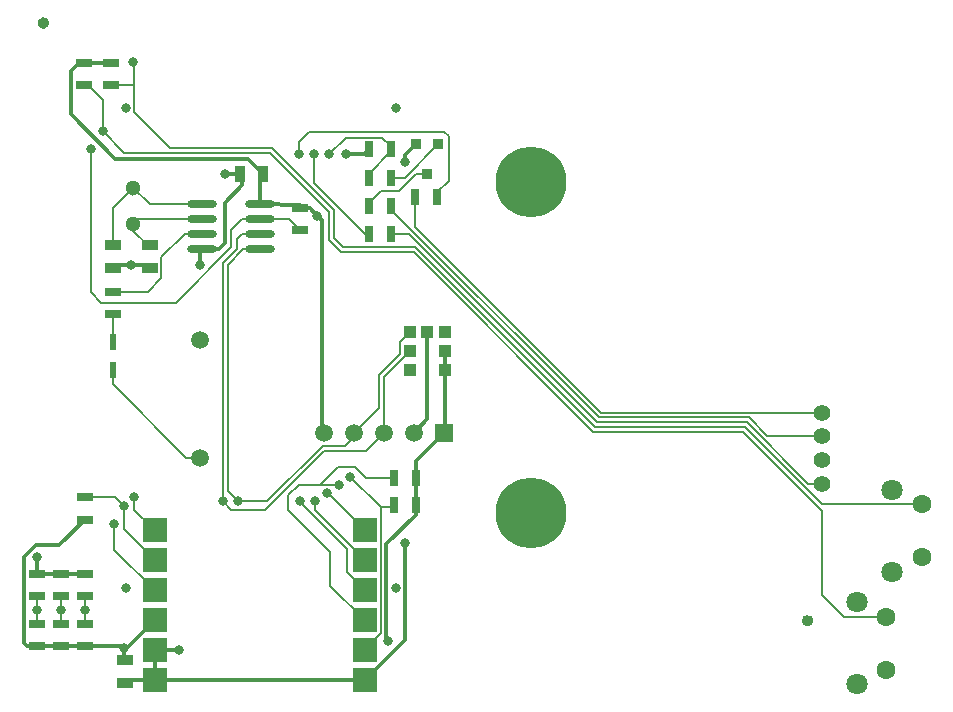
<source format=gbr>
%FSLAX43Y43*%
%MOMM*%
G71*
G01*
G75*
G04 Layer_Physical_Order=1*
G04 Layer_Color=255*
%ADD10C,0.600*%
%ADD11R,0.550X1.450*%
%ADD12R,1.000X1.000*%
%ADD13R,0.900X0.950*%
%ADD14R,0.900X0.950*%
%ADD15R,0.762X1.372*%
%ADD16R,1.372X0.762*%
%ADD17R,1.372X0.864*%
%ADD18R,0.864X1.372*%
%ADD19O,2.500X0.700*%
%ADD20R,2.032X2.032*%
%ADD21C,0.300*%
%ADD22C,0.200*%
%ADD23C,1.500*%
%ADD24C,1.400*%
%ADD25C,1.600*%
%ADD26C,1.800*%
%ADD27C,1.300*%
%ADD28R,1.500X1.500*%
%ADD29C,6.000*%
%ADD30C,0.800*%
D10*
X22400Y-23100D02*
G03*
X22400Y-23100I-200J0D01*
G01*
X-42300Y27500D02*
G03*
X-42300Y27500I-200J0D01*
G01*
D11*
X-36600Y-1875D02*
D03*
Y475D02*
D03*
D12*
X-8500Y-300D02*
D03*
X-11500D02*
D03*
Y-1900D02*
D03*
X-8500D02*
D03*
Y1300D02*
D03*
X-11500D02*
D03*
X-10000D02*
D03*
D13*
X-10000Y14750D02*
D03*
X-9050Y17250D02*
D03*
D14*
X-10950Y17250D02*
D03*
D15*
X-13047Y14400D02*
D03*
X-14953D02*
D03*
X-10948Y-13300D02*
D03*
X-12852D02*
D03*
X-10948Y-11000D02*
D03*
X-12852D02*
D03*
X-13047Y9600D02*
D03*
X-14953D02*
D03*
X-13047Y12000D02*
D03*
X-14953D02*
D03*
X-13047Y16800D02*
D03*
X-14953D02*
D03*
X-9148Y12800D02*
D03*
X-11052D02*
D03*
D16*
X-39100Y24153D02*
D03*
Y22247D02*
D03*
X-39000Y-14552D02*
D03*
Y-12648D02*
D03*
X-39000Y-19147D02*
D03*
Y-21052D02*
D03*
X-41000Y-19147D02*
D03*
Y-21052D02*
D03*
X-43000Y-19147D02*
D03*
Y-21052D02*
D03*
X-39000Y-23347D02*
D03*
Y-25253D02*
D03*
X-41000Y-23347D02*
D03*
Y-25253D02*
D03*
X-43000Y-23347D02*
D03*
Y-25253D02*
D03*
X-20800Y9948D02*
D03*
Y11852D02*
D03*
X-36800Y24153D02*
D03*
Y22247D02*
D03*
X-36600Y2848D02*
D03*
Y4753D02*
D03*
D17*
X-35600Y-26448D02*
D03*
Y-28353D02*
D03*
X-33500Y8703D02*
D03*
Y6798D02*
D03*
X-36600Y8703D02*
D03*
Y6798D02*
D03*
D18*
X-23948Y14700D02*
D03*
X-25853D02*
D03*
D19*
X-29050Y12155D02*
D03*
Y10885D02*
D03*
Y9615D02*
D03*
Y8345D02*
D03*
X-24150Y12155D02*
D03*
Y10885D02*
D03*
Y9615D02*
D03*
Y8345D02*
D03*
D20*
X-33080Y-28124D02*
D03*
Y-25584D02*
D03*
Y-23044D02*
D03*
Y-20504D02*
D03*
Y-17964D02*
D03*
Y-15424D02*
D03*
X-15300Y-28124D02*
D03*
Y-25584D02*
D03*
Y-23044D02*
D03*
Y-20504D02*
D03*
Y-17964D02*
D03*
Y-15424D02*
D03*
D21*
X-43100Y-16700D02*
X-41147D01*
X-44100Y-17700D02*
X-43100Y-16700D01*
X-44100Y-25000D02*
Y-17700D01*
X-41147Y-16700D02*
X-39000Y-14552D01*
X-44100Y-25000D02*
X-43847Y-25253D01*
X-18900Y-6940D02*
X-18700Y-7140D01*
X-24150Y12155D02*
Y14700D01*
X-24150Y12155D02*
X-20796Y12104D01*
X-35700Y-26550D02*
Y-25400D01*
X-13450Y-24660D02*
Y-16650D01*
Y-24660D02*
X-13305Y-24805D01*
X-13450Y-16650D02*
X-10948Y-14148D01*
X-19295Y11200D02*
X-18900Y10805D01*
Y-6940D02*
Y10805D01*
X-25200Y16000D02*
X-24150Y14950D01*
X-36400Y16000D02*
X-25200D01*
X-40200Y19800D02*
X-36400Y16000D01*
X-40200Y19800D02*
Y23400D01*
X-39447Y24153D01*
X-27100Y12300D02*
X-25650Y13750D01*
X-27100Y8900D02*
Y12300D01*
X-27655Y8345D02*
X-27100Y8900D01*
X-29000Y8345D02*
X-27655D01*
X-10000Y-6060D02*
Y1300D01*
X-11140Y-7200D02*
X-10000Y-6060D01*
X-8500Y-1900D02*
Y-300D01*
Y-7100D02*
Y-1900D01*
X-41000Y-25253D02*
X-39000D01*
X-43000D02*
X-41000D01*
X-25650Y13750D02*
Y14700D01*
X-36600Y7000D02*
X-35100D01*
X-33500D01*
X-29200Y7000D02*
Y8195D01*
X-33080Y-25584D02*
X-30984D01*
X-35600Y-28150D02*
X-33106D01*
X-33080Y-28124D02*
Y-25584D01*
X-35436Y-25400D02*
X-33080Y-23044D01*
Y-28124D02*
X-15300D01*
X-41000Y-19147D02*
X-39000D01*
X-43000D02*
X-41000D01*
X-39000Y-25253D02*
X-35847D01*
X-10948Y-13300D02*
Y-11000D01*
Y-9547D01*
X-8600Y-7200D01*
X-11900Y-24724D02*
Y-16500D01*
X-15300Y-28124D02*
X-11900Y-24724D01*
X-10948Y-14148D02*
Y-13300D01*
X-15352Y16400D02*
X-14953Y16800D01*
X-27100Y14700D02*
X-25650D01*
X-16900Y16400D02*
X-15352D01*
X-20800Y11852D02*
X-19948D01*
X-19295Y11200D01*
X-11900Y15700D02*
Y16300D01*
X-10950Y17250D01*
X-39100Y24153D02*
X-36800D01*
X-43000Y-19147D02*
Y-17700D01*
X-43847Y-25253D02*
X-43000D01*
D22*
X-20796Y12104D02*
X-20500Y12100D01*
X-35600Y-26650D02*
X-35100Y-26150D01*
X-18300Y9100D02*
Y11500D01*
Y9100D02*
X-17300Y8100D01*
X-17900Y9300D02*
X-17100Y8500D01*
X-17900Y9300D02*
Y11666D01*
X-35660Y16500D02*
X-23300D01*
X-37480Y18320D02*
X-35660Y16500D01*
X-31780Y16900D02*
X-23134D01*
X-34830Y19950D02*
X-31780Y16900D01*
X-23300Y16500D02*
X-18300Y11500D01*
X-23134Y16900D02*
X-17900Y11666D01*
X-32500Y5900D02*
Y7650D01*
X-33647Y4753D02*
X-32500Y5900D01*
X-36600Y4753D02*
X-33647D01*
X-11163Y8100D02*
X4037Y-7100D01*
X4203Y-6700D02*
X16869D01*
X-10997Y8500D02*
X4203Y-6700D01*
X-15269Y9600D02*
X-14953D01*
X-19600Y13931D02*
X-15269Y9600D01*
X-19600Y13931D02*
Y16400D01*
X-11531Y9600D02*
X4369Y-6300D01*
X-13047Y9600D02*
X-11531D01*
X-17100Y8500D02*
X-10997D01*
X4369Y-6300D02*
X17034D01*
X22234Y-11500D01*
X16869Y-6700D02*
X23419Y-13250D01*
X4037Y-7100D02*
X16703D01*
X23419Y-13250D02*
X31850D01*
X22234Y-11500D02*
X23400D01*
X-13047Y11682D02*
X4534Y-5900D01*
X-11052Y10252D02*
Y12800D01*
Y10252D02*
X4700Y-5500D01*
X-9148Y12800D02*
Y13153D01*
X-8200Y14100D01*
Y17900D01*
X-8600Y18300D02*
X-8200Y17900D01*
X-20000Y18300D02*
X-8600D01*
X-14953Y12000D02*
Y12248D01*
X-13900Y13300D01*
X-12400D01*
X-10950Y14750D01*
X-10000D01*
X-14953Y14748D02*
X-13047Y16653D01*
X-14953Y14400D02*
Y14748D01*
X-13047Y16800D02*
Y17048D01*
X-13800Y17800D02*
X-13047Y17048D01*
X-16900Y17800D02*
X-13800D01*
X-18300Y16400D02*
X-16900Y17800D01*
X-20900Y17400D02*
X-20000Y18300D01*
X-20900Y16400D02*
Y17400D01*
X4700Y-5500D02*
X23400D01*
X4534Y-5900D02*
X17200D01*
X25250Y-22750D02*
X28850D01*
X23400Y-20900D02*
X25250Y-22750D01*
X23400Y-20900D02*
Y-13797D01*
X-16220Y-7200D02*
X-14080Y-5060D01*
Y-2314D01*
X-12300Y-534D01*
Y500D01*
X-11500Y1300D01*
X-13680Y-7200D02*
Y-2480D01*
X-11500Y-300D01*
X-34900Y9900D02*
X-33500Y8500D01*
X-34900Y9900D02*
Y10450D01*
X-34465Y10885D01*
X-29050D01*
X-33505Y12155D02*
X-29050D01*
X-34900Y13550D02*
X-33505Y12155D01*
X-36600Y11850D02*
X-34900Y13550D01*
X-36600Y10900D02*
Y11850D01*
X-37600Y3800D02*
X-31300D01*
X-26600Y8500D01*
Y10000D01*
X-25715Y10885D01*
X-24150D01*
X-30400Y-9300D02*
X-29200D01*
X-36600Y-3100D02*
X-30400Y-9300D01*
X-36600Y-3100D02*
Y-1875D01*
Y475D02*
Y2848D01*
X-30535Y9615D02*
X-29050D01*
X-32500Y7650D02*
X-30535Y9615D01*
X-36600Y8500D02*
Y10900D01*
X-29200Y8195D02*
X-29050Y8345D01*
X-26100Y9200D02*
X-25685Y9615D01*
X-24150D01*
X-39000Y-22200D02*
Y-21052D01*
Y-22200D02*
X-38980Y-22220D01*
X-35700Y-26550D02*
X-35600Y-26650D01*
X-35700Y-25400D02*
X-35436D01*
X-41000Y-22200D02*
X-41000Y-22200D01*
X-41000Y-23347D02*
Y-22200D01*
Y-22200D02*
Y-21052D01*
X-43000Y-23347D02*
Y-22200D01*
Y-21052D01*
X-39000Y-23347D02*
Y-22200D01*
X-24150Y9615D02*
X-23170D01*
X-35847Y-25253D02*
X-35700Y-25400D01*
X-21737Y10885D02*
X-20800Y9948D01*
X-24150Y10885D02*
X-21737D01*
X-35700Y-15344D02*
X-33080Y-17964D01*
X-35700Y-15344D02*
Y-13400D01*
X-34800Y-13704D02*
Y-12600D01*
Y-13704D02*
X-33080Y-15424D01*
X-18500Y-12300D02*
X-18424D01*
X-15300Y-15424D01*
X-19500Y-13764D02*
X-15300Y-17964D01*
X-19500Y-13764D02*
Y-13000D01*
X-16500Y-10900D02*
X-13900Y-13500D01*
X-15300Y-25584D02*
X-13900Y-24184D01*
X-27300Y7200D02*
X-26100Y8400D01*
Y9200D01*
X-25589Y8345D02*
X-24150D01*
X-26900Y7034D02*
X-25589Y8345D01*
X-15180Y-8700D02*
X-13680Y-7200D01*
X-16220Y-7554D02*
Y-7200D01*
X-13900Y-24184D02*
Y-13500D01*
X-17583Y-10083D02*
X-16117D01*
X-19100Y-11600D02*
X-17583Y-10083D01*
X-13900Y-13500D02*
X-13052D01*
X-15200Y-11000D02*
X-12852D01*
X-16117Y-10083D02*
X-15200Y-11000D01*
X-18200Y-20144D02*
X-15300Y-23044D01*
X-18200Y-20144D02*
Y-17300D01*
X-16966Y-8300D02*
X-16220Y-7554D01*
X-21800Y-13700D02*
X-18200Y-17300D01*
X-18866Y-8300D02*
X-16966D01*
X-18700Y-8700D02*
X-15180D01*
X-23566Y-13000D02*
X-18866Y-8300D01*
X-21800Y-13700D02*
Y-12500D01*
X-20900Y-11600D01*
X-17500D01*
X-16800Y-19004D02*
X-15300Y-20504D01*
X-16800Y-19004D02*
Y-17030D01*
X-20900Y-13000D02*
X-20830D01*
X-16800Y-17030D01*
X-27300Y-13000D02*
Y7200D01*
X-26900Y-12100D02*
X-26000Y-13000D01*
X-26900Y-12100D02*
Y7034D01*
X-26000Y-13000D02*
X-23566D01*
X-26600Y-13700D02*
X-23700D01*
X-27300Y-13000D02*
X-26600Y-13700D01*
X-23700D02*
X-18700Y-8700D01*
X-36500Y-17084D02*
X-33080Y-20504D01*
X-36500Y-17084D02*
Y-14900D01*
X-13047Y14400D02*
Y14852D01*
X-34895Y24195D02*
X-34830Y24130D01*
X-16900Y16400D02*
X-16900Y16400D01*
X-13047Y14400D02*
X-11900D01*
X-9050Y17250D01*
X-13047Y11682D02*
Y12000D01*
X17200Y-5900D02*
X18800Y-7500D01*
X23400D01*
X-17300Y8100D02*
X-11163D01*
X16703Y-7100D02*
X23400Y-13797D01*
X-36800Y22247D02*
X-34877D01*
X-34830Y19950D02*
Y24130D01*
X-39100Y22247D02*
X-38748D01*
X-37480Y20980D01*
Y18320D02*
Y20980D01*
X-39447Y24153D02*
X-39100D01*
X-24150Y14700D02*
Y14950D01*
X-39000Y-12648D02*
X-36452D01*
X-35700Y-13400D01*
X-38500Y4700D02*
Y16800D01*
Y4700D02*
X-37600Y3800D01*
D23*
X-29200Y-9300D02*
D03*
Y700D02*
D03*
X-18760Y-7200D02*
D03*
X-16220D02*
D03*
X-13680D02*
D03*
X-11140D02*
D03*
D24*
X23400Y-11500D02*
D03*
Y-5500D02*
D03*
Y-7500D02*
D03*
Y-9500D02*
D03*
D25*
X28850Y-22750D02*
D03*
Y-27250D02*
D03*
X31850Y-13250D02*
D03*
Y-17750D02*
D03*
D26*
X26350Y-21500D02*
D03*
Y-28500D02*
D03*
X29350Y-12000D02*
D03*
Y-19000D02*
D03*
D27*
X-34900Y10450D02*
D03*
Y13550D02*
D03*
D28*
X-8600Y-7200D02*
D03*
D29*
X-1200Y-14000D02*
D03*
Y14000D02*
D03*
D30*
X-29200Y7000D02*
D03*
X-35100Y7000D02*
D03*
X-30984Y-25584D02*
D03*
X-35700Y-25400D02*
D03*
X-38980Y-22220D02*
D03*
X-41000Y-22200D02*
D03*
X-43000D02*
D03*
X-12670Y20320D02*
D03*
X-35530D02*
D03*
X-12670Y-20320D02*
D03*
X-35530D02*
D03*
X-34895Y24195D02*
D03*
X-34800Y-12600D02*
D03*
X-35700Y-13400D02*
D03*
X-36500Y-14900D02*
D03*
X-19500Y-13000D02*
D03*
X-18500Y-12300D02*
D03*
X-17500Y-11600D02*
D03*
X-16500Y-10900D02*
D03*
X-27300Y-13000D02*
D03*
X-26000D02*
D03*
X-20800D02*
D03*
X-11900Y-16500D02*
D03*
X-13305Y-24805D02*
D03*
X-18300Y16400D02*
D03*
X-19600D02*
D03*
X-20900D02*
D03*
X-37480Y18320D02*
D03*
X-27100Y14700D02*
D03*
X-16900Y16400D02*
D03*
X-19295Y11200D02*
D03*
X-11900Y15700D02*
D03*
X-43000Y-17700D02*
D03*
X-38500Y16800D02*
D03*
M02*

</source>
